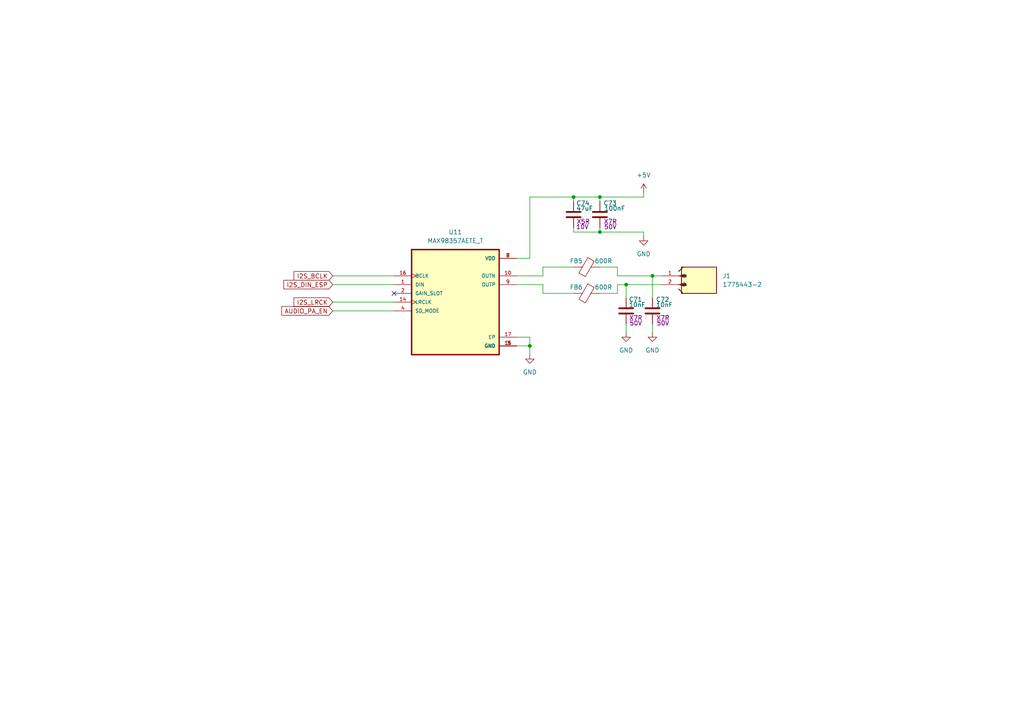
<source format=kicad_sch>
(kicad_sch (version 20250114) (generator "eeschema") (generator_version "9.0")
  (paper "A4")
  (title_block (title "Home mini drop in PCB replacement") (rev "v1") (company "by iMike78 (inpired by Onju voice and HA VPE)"))
  (lib_symbols
    (symbol "Device:C" (pin_numbers (hide yes)) (pin_names (offset 0.254))
      (property "Reference" "C" (at 0.635 2.54 0))
      (property "Value" "C" (at 0.635 -2.54 0))
      (symbol "C_0_1"
        (polyline (pts (xy -2.032 0.762) (xy 2.032 0.762)) (stroke (width 0.508)))
        (polyline (pts (xy -2.032 -0.762) (xy 2.032 -0.762)) (stroke (width 0.508)))
      )
      (symbol "C_1_1"
        (pin passive line (at 0 3.81 270) (length 2.794) (name "~") (number "1"))
        (pin passive line (at 0 -3.81 90) (length 2.794) (name "~") (number "2"))
      )
    )
    (symbol "Device:FerriteBead" (pin_numbers (hide yes)) (pin_names (offset 0))
      (property "Reference" "FB" (at -3.81 0.635 90))
      (property "Value" "FerriteBead" (at 3.81 0 90))
      (symbol "FerriteBead_0_1"
        (polyline (pts (xy -2.7686 0.4064) (xy -1.7018 2.2606) (xy 2.7686 -0.3048) (xy 1.6764 -2.159) (xy -2.7686 0.4064)))
        (polyline (pts (xy 0 1.27) (xy 0 1.2954)))
        (polyline (pts (xy 0 -1.27) (xy 0 -1.2192)))
      )
      (symbol "FerriteBead_1_1"
        (pin passive line (at 0 3.81 270) (length 2.54) (name "~") (number "1"))
        (pin passive line (at 0 -3.81 90) (length 2.54) (name "~") (number "2"))
      )
    )
    (symbol "New_Library:1775443-2" (pin_names (offset 1.016))
      (property "Reference" "J" (at 0 3.302 0))
      (property "Value" "1775443-2" (at 0 -7.62 0))
      (symbol "1775443-2_0_0"
        (polyline (pts (xy 0 1.27) (xy 1.27 2.54)) (stroke (width 0.254)))
        (polyline (pts (xy 0 0) (xy 1.905 0)) (stroke (width 0.254)))
        (polyline (pts (xy 0 -2.54) (xy 1.905 -2.54)) (stroke (width 0.254)))
        (rectangle (start 0.635 -0.3175) (end 2.2225 0.3175) (stroke (width 0.1)) (fill (type outline)))
        (rectangle (start 0.635 -2.8575) (end 2.2225 -2.2225) (stroke (width 0.1)) (fill (type outline)))
        (rectangle (start 0.7938 -5.08) (end 10.9538 2.54) (stroke (width 0.254)) (fill (type background)))
        (polyline (pts (xy 1.27 -5.08) (xy 0 -3.81)) (stroke (width 0.254)))
        (pin passive line (at -5.08 0 0) (length 5.08) (name "1") (number "1"))
        (pin passive line (at -5.08 -2.54 0) (length 5.08) (name "2") (number "2"))
      )
    )
    (symbol "New_Library:MAX98357AETE_T" (pin_names (offset 1.016))
      (property "Reference" "U" (at -12.7 16.24 0))
      (property "Value" "MAX98357AETE_T" (at -12.7 -19.24 0))
      (symbol "MAX98357AETE_T_0_0"
        (rectangle (start -12.7 -15.24) (end 12.7 15.24) (stroke (width 0.41)) (fill (type background)))
        (pin input clock (at -17.78 7.62 0) (length 5.08) (name "BCLK") (number "16"))
        (pin input line (at -17.78 5.08 0) (length 5.08) (name "DIN") (number "1"))
        (pin input line (at -17.78 2.54 0) (length 5.08) (name "GAIN_SLOT") (number "2"))
        (pin input clock (at -17.78 0 0) (length 5.08) (name "LRCLK") (number "14"))
        (pin input line (at -17.78 -2.54 0) (length 5.08) (name "SD_MODE") (number "4"))
        (pin power_in line (at 17.78 12.7 180) (length 5.08) (name "VDD") (number "7"))
        (pin power_in line (at 17.78 12.7 180) (length 5.08) (name "VDD") (number "8"))
        (pin output line (at 17.78 7.62 180) (length 5.08) (name "OUTN") (number "10"))
        (pin output line (at 17.78 5.08 180) (length 5.08) (name "OUTP") (number "9"))
        (pin power_in line (at 17.78 -10.16 180) (length 5.08) (name "EP") (number "17"))
        (pin power_in line (at 17.78 -12.7 180) (length 5.08) (name "GND") (number "11"))
        (pin power_in line (at 17.78 -12.7 180) (length 5.08) (name "GND") (number "15"))
        (pin power_in line (at 17.78 -12.7 180) (length 5.08) (name "GND") (number "3"))
      )
    )
    (symbol "power:+5V" (power) (pin_numbers (hide yes)) (pin_names (offset 0) (hide yes))
      (property "Value" "+5V" (at 0 3.556 0))
      (symbol "+5V_0_1"
        (polyline (pts (xy -0.762 1.27) (xy 0 2.54)))
        (polyline (pts (xy 0 2.54) (xy 0.762 1.27)))
        (polyline (pts (xy 0 0) (xy 0 2.54)))
      )
      (symbol "+5V_1_1"
        (pin power_in line (at 0 0 90) (length 0) (name "~") (number "1"))
      )
    )
    (symbol "power:GND" (power) (pin_numbers (hide yes)) (pin_names (offset 0) (hide yes))
      (property "Value" "GND" (at 0 -3.81 0))
      (symbol "GND_0_1"
        (polyline (pts (xy 0 0) (xy 0 -1.27) (xy 1.27 -1.27) (xy 0 -2.54) (xy -1.27 -1.27) (xy 0 -1.27)))
      )
      (symbol "GND_1_1"
        (pin power_in line (at 0 0 270) (length 0) (name "~") (number "1"))
      )
    )
  )
  (junction (at 173.99 67.31))
  (junction (at 166.37 57.15))
  (junction (at 181.61 82.55))
  (junction (at 189.23 80.01))
  (junction (at 173.99 57.15))
  (junction (at 153.67 100.33))
  (no_connect (at 114.3 85.09))
  (wire (pts (xy 173.99 85.09) (xy 179.07 85.09)))
  (wire (pts (xy 179.07 77.47) (xy 179.07 80.01)))
  (wire (pts (xy 96.52 90.17) (xy 114.3 90.17)))
  (wire (pts (xy 186.69 67.31) (xy 173.99 67.31)))
  (wire (pts (xy 179.07 80.01) (xy 189.23 80.01)))
  (wire (pts (xy 173.99 57.15) (xy 173.99 58.42)))
  (wire (pts (xy 96.52 80.01) (xy 114.3 80.01)))
  (wire (pts (xy 149.86 82.55) (xy 157.48 82.55)))
  (wire (pts (xy 166.37 67.31) (xy 166.37 66.04)))
  (wire (pts (xy 173.99 57.15) (xy 166.37 57.15)))
  (wire (pts (xy 166.37 57.15) (xy 153.67 57.15)))
  (wire (pts (xy 189.23 80.01) (xy 189.23 86.36)))
  (wire (pts (xy 179.07 82.55) (xy 181.61 82.55)))
  (wire (pts (xy 181.61 93.98) (xy 181.61 96.52)))
  (wire (pts (xy 173.99 66.04) (xy 173.99 67.31)))
  (wire (pts (xy 153.67 100.33) (xy 153.67 102.87)))
  (wire (pts (xy 96.52 82.55) (xy 114.3 82.55)))
  (wire (pts (xy 189.23 93.98) (xy 189.23 96.52)))
  (wire (pts (xy 181.61 82.55) (xy 191.77 82.55)))
  (wire (pts (xy 149.86 97.79) (xy 153.67 97.79)))
  (wire (pts (xy 157.48 85.09) (xy 166.37 85.09)))
  (wire (pts (xy 186.69 57.15) (xy 173.99 57.15)))
  (wire (pts (xy 157.48 77.47) (xy 166.37 77.47)))
  (wire (pts (xy 153.67 97.79) (xy 153.67 100.33)))
  (wire (pts (xy 173.99 67.31) (xy 166.37 67.31)))
  (wire (pts (xy 153.67 57.15) (xy 153.67 74.93)))
  (wire (pts (xy 157.48 82.55) (xy 157.48 85.09)))
  (wire (pts (xy 149.86 80.01) (xy 157.48 80.01)))
  (wire (pts (xy 181.61 82.55) (xy 181.61 86.36)))
  (wire (pts (xy 173.99 77.47) (xy 179.07 77.47)))
  (wire (pts (xy 189.23 80.01) (xy 191.77 80.01)))
  (wire (pts (xy 96.52 87.63) (xy 114.3 87.63)))
  (wire (pts (xy 153.67 74.93) (xy 149.86 74.93)))
  (wire (pts (xy 157.48 80.01) (xy 157.48 77.47)))
  (wire (pts (xy 179.07 85.09) (xy 179.07 82.55)))
  (wire (pts (xy 149.86 100.33) (xy 153.67 100.33)))
  (wire (pts (xy 166.37 57.15) (xy 166.37 58.42)))
  (wire (pts (xy 186.69 55.88) (xy 186.69 57.15)))
  (wire (pts (xy 186.69 68.58) (xy 186.69 67.31)))
  (global_label "AUDIO_PA_EN" (shape input) (at 96.52 90.17 180) (property "Intersheetrefs" "${INTERSHEET_REFS}" (effects (hide yes))))
  (global_label "I2S_BCLK" (shape input) (at 96.52 80.01 180) (property "Intersheetrefs" "${INTERSHEET_REFS}" (effects (hide yes))))
  (global_label "I2S_LRCK" (shape input) (at 96.52 87.63 180) (property "Intersheetrefs" "${INTERSHEET_REFS}" (effects (hide yes))))
  (global_label "I2S_DIN_ESP" (shape input) (at 96.52 82.55 180) (property "Intersheetrefs" "${INTERSHEET_REFS}" (effects (hide yes))))
  (symbol (lib_id "New_Library:1775443-2") (at 196.85 80.01 0) (unit 1)
    (property "Reference" "J1" (at 209.55 80.0099 0) (effects (justify left)))
    (property "Value" "1775443-2" (at 209.55 82.5499 0) (effects (justify left)))
    (property "Footprint" "Onju:1775443-2" (effects (hide yes)))
    (property "Check_prices" "https://www.snapeda.com/parts/1775443-2/TE+Connectivity/view-part/?ref=eda" (effects (hide yes)))
    (property "Package" "None" (effects (hide yes)))
    (property "STANDARD" "Manufacturer Recommendations" (effects (hide yes)))
    (property "PARTREV" "B5" (effects (hide yes)))
    (property "SnapEDA_Link" "https://www.snapeda.com/parts/1775443-2/TE+Connectivity/view-part/?ref=snap" (effects (hide yes)))
    (property "Description_1" "Connector Header Surface Mount 2 position 0.059 (1.50mm)" (effects (hide yes)))
    (property "Number_of_Positions" "2" (effects (hide yes)))
    (property "MANUFACTURER" "TE Connectivity" (effects (hide yes)))
    (property "Comment" "1775443-2" (effects (hide yes)))
    (property "MF" "TE Connectivity" (effects (hide yes)))
    (property "Product_Type" "Connector" (effects (hide yes)))
    (property "MAXIMUM_PACKAGE_HEIGHT" "5mm" (effects (hide yes)))
    (property "Price" "None" (effects (hide yes)))
    (property "MP" "1775443-2" (effects (hide yes)))
    (property "EU_RoHS_Compliance" "Compliant" (effects (hide yes)))
    (property "Availability" "In Stock" (effects (hide yes)))
    (property "Centerline_Pitch" "1.5 mm[.059 in]" (effects (hide yes)))
    (property "Function" "AUDIO" (effects (hide yes)))
    (property "LCSC Part #" "C5162845" (effects (hide yes)))
    (property "Manufacturer" "TE Connectivity" (effects (hide yes)))
    (property "Manufacturer Part" "1775443-2" (effects (hide yes)))
  )
  (symbol (lib_id "Device:C") (at 166.37 62.23 0) (unit 1)
    (property "Reference" "C74" (at 167.132 58.928 0) (effects (justify left)))
    (property "Value" "47uF" (at 167.132 60.452 0) (effects (justify left)))
    (property "Footprint" "Capacitor_SMD:C_0805_2012Metric" (effects (hide yes)))
    (property "Description" "Unpolarized capacitor" (effects (hide yes)))
    (property "Dielectric" "X5R" (at 169.164 64.262 0))
    (property "Voltage" "10V" (at 168.91 65.786 0))
    (property "Function" "AUDIO" (effects (hide yes)))
  )
  (symbol (lib_id "Device:FerriteBead") (at 170.18 77.47 90) (unit 1)
    (property "Reference" "FB5" (at 167.132 75.692 90))
    (property "Value" "600R" (at 175.006 75.692 90))
    (property "Footprint" "Onju:BLM18PG121SN1D" (effects (hide yes)))
    (property "Description" "Ferrite bead, 600Ω @ 100MHz, 500mA" (effects (hide yes)))
    (property "Function" "AUDIO" (effects (hide yes)))
    (property "Current" "500mA" (effects (hide yes)))
    (property "Part number" "BLM18AG601SN1D" (effects (hide yes)))
    (property "Manufacturer" "Murata" (effects (hide yes)))
    (property "LCSC Part #" "C85833" (effects (hide yes)))
    (property "Manufacturer Part" "BLM18KG601SN1D" (effects (hide yes)))
  )
  (symbol (lib_id "power:GND") (at 186.69 68.58 0) (unit 1)
    (property "Reference" "#PWR0138" (effects (hide yes)))
    (property "Value" "GND" (at 186.69 73.66 0))
    (property "Description" "Power symbol creates a global label with name \"GND\" , ground" (effects (hide yes)))
  )
  (symbol (lib_id "Device:C") (at 173.99 62.23 0) (unit 1)
    (property "Reference" "C73" (at 175.006 58.928 0) (effects (justify left)))
    (property "Value" "100nF" (at 175.26 60.452 0) (effects (justify left)))
    (property "Footprint" "Capacitor_SMD:C_0805_2012Metric" (effects (hide yes)))
    (property "Description" "Unpolarized capacitor" (effects (hide yes)))
    (property "Dielectric" "X7R" (at 177.038 64.262 0))
    (property "Voltage" "50V" (at 177.038 65.786 0))
    (property "Function" "AUDIO" (effects (hide yes)))
    (property "LCSC Part #" "C49678" (effects (hide yes)))
    (property "Manufacturer" "YAGEO" (effects (hide yes)))
    (property "Manufacturer Part" "CC0805KRX7R9BB104" (effects (hide yes)))
  )
  (symbol (lib_id "power:GND") (at 181.61 96.52 0) (unit 1)
    (property "Reference" "#PWR0140" (effects (hide yes)))
    (property "Value" "GND" (at 181.61 101.6 0))
    (property "Description" "Power symbol creates a global label with name \"GND\" , ground" (effects (hide yes)))
  )
  (symbol (lib_id "power:GND") (at 153.67 102.87 0) (unit 1)
    (property "Reference" "#PWR0139" (effects (hide yes)))
    (property "Value" "GND" (at 153.67 107.95 0))
    (property "Description" "Power symbol creates a global label with name \"GND\" , ground" (effects (hide yes)))
  )
  (symbol (lib_id "Device:C") (at 189.23 90.17 0) (unit 1)
    (property "Reference" "C72" (at 190.246 86.868 0) (effects (justify left)))
    (property "Value" "10nF" (at 190.246 88.392 0) (effects (justify left)))
    (property "Footprint" "Capacitor_SMD:C_0805_2012Metric" (effects (hide yes)))
    (property "Description" "Unpolarized capacitor" (effects (hide yes)))
    (property "Dielectric" "X7R" (at 192.278 92.202 0))
    (property "Voltage" "50V" (at 192.278 93.726 0))
    (property "Function" "AUDIO" (effects (hide yes)))
    (property "LCSC Part #" "C1710" (effects (hide yes)))
  )
  (symbol (lib_id "Device:FerriteBead") (at 170.18 85.09 90) (unit 1)
    (property "Reference" "FB6" (at 167.132 83.312 90))
    (property "Value" "600R" (at 175.006 83.312 90))
    (property "Footprint" "Onju:BLM18PG121SN1D" (effects (hide yes)))
    (property "Description" "Ferrite bead, 600Ω @ 100MHz, 500mA" (effects (hide yes)))
    (property "Function" "AUDIO" (effects (hide yes)))
    (property "Current" "500mA" (effects (hide yes)))
    (property "Part number" "BLM18AG601SN1D" (effects (hide yes)))
    (property "Manufacturer" "Murata" (effects (hide yes)))
    (property "LCSC Part #" "C85833" (effects (hide yes)))
    (property "Manufacturer Part" "BLM18KG601SN1D" (effects (hide yes)))
  )
  (symbol (lib_id "New_Library:MAX98357AETE_T") (at 132.08 87.63 0) (unit 1)
    (property "Reference" "U11" (at 132.08 67.31 0))
    (property "Value" "MAX98357AETE_T" (at 132.08 69.85 0))
    (property "Footprint" "Onju:max98357aete" (effects (hide yes)))
    (property "MF" "Analog Devices" (effects (hide yes)))
    (property "Description_1" "Tiny, Low-Cost, PCM Class D Amplifier with Class AB Performance" (effects (hide yes)))
    (property "Package" "TQFN-16 Maxim" (effects (hide yes)))
    (property "Price" "None" (effects (hide yes)))
    (property "SnapEDA_Link" "https://www.snapeda.com/parts/MAX98357AETE+T/Analog+Devices/view-part/?ref=snap" (effects (hide yes)))
    (property "MP" "MAX98357AETE+T" (effects (hide yes)))
    (property "Availability" "In Stock" (effects (hide yes)))
    (property "Check_prices" "https://www.snapeda.com/parts/MAX98357AETE+T/Analog+Devices/view-part/?ref=eda" (effects (hide yes)))
    (property "Function" "AUDIO" (effects (hide yes)))
    (property "LCSC Part #" "C910544" (effects (hide yes)))
    (property "Manufacturer" "Analog Devices Inc./Maxim Integrated" (effects (hide yes)))
    (property "Manufacturer Part" "MAX98357AETE+T" (effects (hide yes)))
  )
  (symbol (lib_id "power:+5V") (at 186.69 55.88 0) (unit 1)
    (property "Reference" "#PWR0142" (effects (hide yes)))
    (property "Value" "+5V" (at 186.69 50.8 0))
    (property "Description" "Power symbol creates a global label with name \"+5V\"" (effects (hide yes)))
  )
  (symbol (lib_id "Device:C") (at 181.61 90.17 0) (unit 1)
    (property "Reference" "C71" (at 182.372 86.868 0) (effects (justify left)))
    (property "Value" "10nF" (at 182.372 88.392 0) (effects (justify left)))
    (property "Footprint" "Capacitor_SMD:C_0805_2012Metric" (effects (hide yes)))
    (property "Description" "Unpolarized capacitor" (effects (hide yes)))
    (property "Dielectric" "X7R" (at 184.404 92.202 0))
    (property "Voltage" "50V" (at 184.404 93.726 0))
    (property "Function" "AUDIO" (effects (hide yes)))
    (property "LCSC Part #" "C1710" (effects (hide yes)))
  )
  (symbol (lib_id "power:GND") (at 189.23 96.52 0) (unit 1)
    (property "Reference" "#PWR0141" (effects (hide yes)))
    (property "Value" "GND" (at 189.23 101.6 0))
    (property "Description" "Power symbol creates a global label with name \"GND\" , ground" (effects (hide yes)))
  )
)
</source>
